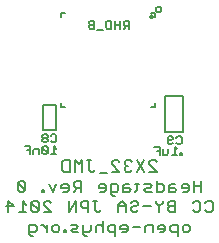
<source format=gbo>
G75*
%MOIN*%
%OFA0B0*%
%FSLAX24Y24*%
%IPPOS*%
%LPD*%
%AMOC8*
5,1,8,0,0,1.08239X$1,22.5*
%
%ADD10C,0.0080*%
%ADD11C,0.0050*%
%ADD12C,0.0060*%
D10*
X001247Y001333D02*
X001247Y001703D01*
X001432Y001518D01*
X001185Y001518D01*
X001600Y001333D02*
X001847Y001333D01*
X001723Y001333D02*
X001723Y001703D01*
X001847Y001579D01*
X002014Y001641D02*
X002014Y001394D01*
X002076Y001333D01*
X002199Y001333D01*
X002261Y001394D01*
X002014Y001641D01*
X002076Y001703D01*
X002199Y001703D01*
X002261Y001641D01*
X002261Y001394D01*
X002429Y001333D02*
X002675Y001333D01*
X002429Y001579D01*
X002429Y001641D01*
X002490Y001703D01*
X002614Y001703D01*
X002675Y001641D01*
X002725Y002008D02*
X002601Y002254D01*
X002848Y002254D02*
X002725Y002008D01*
X002434Y002008D02*
X002372Y002008D01*
X002372Y002069D01*
X002434Y002069D01*
X002434Y002008D01*
X003016Y002131D02*
X003262Y002131D01*
X003262Y002193D02*
X003201Y002254D01*
X003077Y002254D01*
X003016Y002193D01*
X003016Y002131D01*
X003077Y002008D02*
X003201Y002008D01*
X003262Y002069D01*
X003262Y002193D01*
X003430Y002193D02*
X003492Y002131D01*
X003677Y002131D01*
X003677Y002008D02*
X003677Y002378D01*
X003492Y002378D01*
X003430Y002316D01*
X003430Y002193D01*
X003553Y002131D02*
X003430Y002008D01*
X003504Y001703D02*
X003257Y001333D01*
X003257Y001703D01*
X003504Y001703D02*
X003504Y001333D01*
X003672Y001518D02*
X003672Y001641D01*
X003733Y001703D01*
X003918Y001703D01*
X003918Y001333D01*
X003918Y001456D02*
X003733Y001456D01*
X003672Y001518D01*
X004086Y001703D02*
X004209Y001703D01*
X004148Y001703D02*
X004148Y001394D01*
X004209Y001333D01*
X004271Y001333D01*
X004333Y001394D01*
X004402Y001028D02*
X004402Y000658D01*
X004569Y000719D02*
X004569Y000843D01*
X004631Y000904D01*
X004816Y000904D01*
X004816Y000534D01*
X004816Y000658D02*
X004631Y000658D01*
X004569Y000719D01*
X004402Y000843D02*
X004340Y000904D01*
X004217Y000904D01*
X004155Y000843D01*
X004155Y000658D01*
X003988Y000719D02*
X003926Y000658D01*
X003741Y000658D01*
X003741Y000596D02*
X003802Y000534D01*
X003864Y000534D01*
X003741Y000596D02*
X003741Y000904D01*
X003573Y000843D02*
X003511Y000904D01*
X003326Y000904D01*
X003388Y000781D02*
X003511Y000781D01*
X003573Y000843D01*
X003573Y000658D02*
X003388Y000658D01*
X003326Y000719D01*
X003388Y000781D01*
X003159Y000719D02*
X003159Y000658D01*
X003097Y000658D01*
X003097Y000719D01*
X003159Y000719D01*
X002952Y000719D02*
X002890Y000658D01*
X002766Y000658D01*
X002705Y000719D01*
X002705Y000843D01*
X002766Y000904D01*
X002890Y000904D01*
X002952Y000843D01*
X002952Y000719D01*
X002537Y000658D02*
X002537Y000904D01*
X002537Y000781D02*
X002414Y000904D01*
X002352Y000904D01*
X002192Y000843D02*
X002192Y000719D01*
X002130Y000658D01*
X001945Y000658D01*
X001945Y000596D02*
X001945Y000904D01*
X002130Y000904D01*
X002192Y000843D01*
X002069Y000534D02*
X002007Y000534D01*
X001945Y000596D01*
X001750Y002008D02*
X001627Y002008D01*
X001565Y002069D01*
X001565Y002316D01*
X001812Y002069D01*
X001750Y002008D01*
X001812Y002069D02*
X001812Y002316D01*
X001750Y002378D01*
X001627Y002378D01*
X001565Y002316D01*
X003050Y002744D02*
X003050Y002991D01*
X003112Y003053D01*
X003297Y003053D01*
X003297Y002683D01*
X003112Y002683D01*
X003050Y002744D01*
X003464Y002683D02*
X003464Y003053D01*
X003588Y002929D01*
X003711Y003053D01*
X003711Y002683D01*
X003940Y002744D02*
X003940Y003053D01*
X003879Y003053D02*
X004002Y003053D01*
X003940Y002744D02*
X004002Y002683D01*
X004064Y002683D01*
X004126Y002744D01*
X004293Y002621D02*
X004540Y002621D01*
X004707Y002683D02*
X004954Y002683D01*
X004707Y002929D01*
X004707Y002991D01*
X004769Y003053D01*
X004893Y003053D01*
X004954Y002991D01*
X005122Y002991D02*
X005122Y002929D01*
X005184Y002868D01*
X005122Y002806D01*
X005122Y002744D01*
X005184Y002683D01*
X005307Y002683D01*
X005369Y002744D01*
X005245Y002868D02*
X005184Y002868D01*
X005122Y002991D02*
X005184Y003053D01*
X005307Y003053D01*
X005369Y002991D01*
X005536Y003053D02*
X005783Y002683D01*
X005951Y002683D02*
X006197Y002683D01*
X005951Y002929D01*
X005951Y002991D01*
X006012Y003053D01*
X006136Y003053D01*
X006197Y002991D01*
X005783Y003053D02*
X005536Y002683D01*
X005549Y002316D02*
X005549Y002069D01*
X005487Y002008D01*
X005334Y002069D02*
X005272Y002131D01*
X005087Y002131D01*
X005087Y002193D02*
X005087Y002008D01*
X005272Y002008D01*
X005334Y002069D01*
X005272Y002254D02*
X005149Y002254D01*
X005087Y002193D01*
X004920Y002193D02*
X004920Y002069D01*
X004858Y002008D01*
X004673Y002008D01*
X004673Y001946D02*
X004673Y002254D01*
X004858Y002254D01*
X004920Y002193D01*
X004796Y001884D02*
X004735Y001884D01*
X004673Y001946D01*
X004505Y002069D02*
X004505Y002193D01*
X004444Y002254D01*
X004320Y002254D01*
X004259Y002193D01*
X004259Y002131D01*
X004505Y002131D01*
X004505Y002069D02*
X004444Y002008D01*
X004320Y002008D01*
X004915Y001579D02*
X004915Y001333D01*
X004915Y001518D02*
X005162Y001518D01*
X005162Y001579D02*
X005162Y001333D01*
X005329Y001394D02*
X005391Y001333D01*
X005514Y001333D01*
X005576Y001394D01*
X005514Y001518D02*
X005391Y001518D01*
X005329Y001456D01*
X005329Y001394D01*
X005514Y001518D02*
X005576Y001579D01*
X005576Y001641D01*
X005514Y001703D01*
X005391Y001703D01*
X005329Y001641D01*
X005162Y001579D02*
X005038Y001703D01*
X004915Y001579D01*
X005045Y000904D02*
X004984Y000843D01*
X004984Y000781D01*
X005231Y000781D01*
X005231Y000843D02*
X005169Y000904D01*
X005045Y000904D01*
X005231Y000843D02*
X005231Y000719D01*
X005169Y000658D01*
X005045Y000658D01*
X005398Y000843D02*
X005645Y000843D01*
X005812Y000843D02*
X005812Y000658D01*
X005812Y000843D02*
X005874Y000904D01*
X006059Y000904D01*
X006059Y000658D01*
X006227Y000781D02*
X006474Y000781D01*
X006474Y000843D02*
X006412Y000904D01*
X006288Y000904D01*
X006227Y000843D01*
X006227Y000781D01*
X006288Y000658D02*
X006412Y000658D01*
X006474Y000719D01*
X006474Y000843D01*
X006641Y000843D02*
X006641Y000719D01*
X006703Y000658D01*
X006888Y000658D01*
X006888Y000534D02*
X006888Y000904D01*
X006703Y000904D01*
X006641Y000843D01*
X007055Y000843D02*
X007055Y000719D01*
X007117Y000658D01*
X007241Y000658D01*
X007302Y000719D01*
X007302Y000843D01*
X007241Y000904D01*
X007117Y000904D01*
X007055Y000843D01*
X006819Y001333D02*
X006634Y001333D01*
X006572Y001394D01*
X006572Y001456D01*
X006634Y001518D01*
X006819Y001518D01*
X006819Y001333D02*
X006819Y001703D01*
X006634Y001703D01*
X006572Y001641D01*
X006572Y001579D01*
X006634Y001518D01*
X006405Y001641D02*
X006405Y001703D01*
X006405Y001641D02*
X006281Y001518D01*
X006281Y001333D01*
X006281Y001518D02*
X006158Y001641D01*
X006158Y001703D01*
X005990Y001518D02*
X005743Y001518D01*
X005840Y002008D02*
X005778Y002069D01*
X005840Y002131D01*
X005963Y002131D01*
X006025Y002193D01*
X005963Y002254D01*
X005778Y002254D01*
X005610Y002254D02*
X005487Y002254D01*
X005840Y002008D02*
X006025Y002008D01*
X006192Y002008D02*
X006377Y002008D01*
X006439Y002069D01*
X006439Y002193D01*
X006377Y002254D01*
X006192Y002254D01*
X006192Y002378D02*
X006192Y002008D01*
X006607Y002008D02*
X006792Y002008D01*
X006853Y002069D01*
X006792Y002131D01*
X006607Y002131D01*
X006607Y002193D02*
X006607Y002008D01*
X006607Y002193D02*
X006668Y002254D01*
X006792Y002254D01*
X007021Y002193D02*
X007021Y002131D01*
X007268Y002131D01*
X007268Y002193D02*
X007206Y002254D01*
X007083Y002254D01*
X007021Y002193D01*
X007083Y002008D02*
X007206Y002008D01*
X007268Y002069D01*
X007268Y002193D01*
X007435Y002193D02*
X007682Y002193D01*
X007682Y002008D02*
X007682Y002378D01*
X007435Y002378D02*
X007435Y002008D01*
X007462Y001703D02*
X007586Y001703D01*
X007648Y001641D01*
X007648Y001394D01*
X007586Y001333D01*
X007462Y001333D01*
X007401Y001394D01*
X007401Y001641D02*
X007462Y001703D01*
X007815Y001641D02*
X007877Y001703D01*
X008000Y001703D01*
X008062Y001641D01*
X008062Y001394D01*
X008000Y001333D01*
X007877Y001333D01*
X007815Y001394D01*
X003988Y000904D02*
X003988Y000719D01*
D11*
X002850Y004060D02*
X002410Y004060D01*
X002410Y004900D01*
X002850Y004900D01*
X002850Y004060D01*
X002990Y004820D02*
X003128Y004820D01*
X002990Y004820D02*
X002990Y004958D01*
X002990Y007832D02*
X002990Y007970D01*
X003128Y007970D01*
X006002Y007970D02*
X006140Y007970D01*
X006140Y007832D01*
X005983Y007851D02*
X005985Y007863D01*
X005990Y007874D01*
X005999Y007883D01*
X006010Y007888D01*
X006022Y007890D01*
X006034Y007888D01*
X006045Y007883D01*
X006054Y007874D01*
X006059Y007863D01*
X006061Y007851D01*
X006059Y007839D01*
X006054Y007828D01*
X006045Y007819D01*
X006034Y007814D01*
X006022Y007812D01*
X006010Y007814D01*
X005999Y007819D01*
X005990Y007828D01*
X005985Y007839D01*
X005983Y007851D01*
X006170Y008088D02*
X006172Y008106D01*
X006178Y008124D01*
X006187Y008140D01*
X006199Y008153D01*
X006214Y008164D01*
X006231Y008172D01*
X006249Y008176D01*
X006267Y008176D01*
X006285Y008172D01*
X006302Y008164D01*
X006317Y008153D01*
X006329Y008140D01*
X006338Y008124D01*
X006344Y008106D01*
X006346Y008088D01*
X006344Y008070D01*
X006338Y008052D01*
X006329Y008036D01*
X006317Y008023D01*
X006302Y008012D01*
X006285Y008004D01*
X006267Y008000D01*
X006249Y008000D01*
X006231Y008004D01*
X006214Y008012D01*
X006199Y008023D01*
X006187Y008036D01*
X006178Y008052D01*
X006172Y008070D01*
X006170Y008088D01*
X006455Y005205D02*
X006455Y004005D01*
X007055Y004005D01*
X007055Y005205D01*
X006455Y005205D01*
X006140Y004958D02*
X006140Y004820D01*
X006002Y004820D01*
D12*
X006600Y003860D02*
X006687Y003860D01*
X006730Y003817D01*
X006730Y003773D01*
X006687Y003730D01*
X006557Y003730D01*
X006557Y003643D02*
X006557Y003817D01*
X006600Y003860D01*
X006557Y003643D02*
X006600Y003600D01*
X006687Y003600D01*
X006730Y003643D01*
X006791Y003510D02*
X006791Y003250D01*
X006878Y003250D02*
X006704Y003250D01*
X006583Y003293D02*
X006583Y003423D01*
X006583Y003293D02*
X006540Y003250D01*
X006410Y003250D01*
X006410Y003423D01*
X006288Y003380D02*
X006202Y003380D01*
X006288Y003250D02*
X006288Y003510D01*
X006115Y003510D01*
X006791Y003510D02*
X006878Y003423D01*
X006982Y003293D02*
X006982Y003250D01*
X007025Y003250D01*
X007025Y003293D01*
X006982Y003293D01*
X006982Y003600D02*
X006895Y003600D01*
X006852Y003643D01*
X006982Y003600D02*
X007025Y003643D01*
X007025Y003817D01*
X006982Y003860D01*
X006895Y003860D01*
X006852Y003817D01*
X004389Y007405D02*
X004215Y007405D01*
X004094Y007448D02*
X003964Y007448D01*
X003921Y007492D01*
X003921Y007535D01*
X003964Y007578D01*
X004094Y007578D01*
X004094Y007448D02*
X004094Y007709D01*
X003964Y007709D01*
X003921Y007665D01*
X003921Y007622D01*
X003964Y007578D01*
X004510Y007492D02*
X004510Y007665D01*
X004553Y007709D01*
X004683Y007709D01*
X004683Y007448D01*
X004553Y007448D01*
X004510Y007492D01*
X004805Y007448D02*
X004805Y007709D01*
X004805Y007578D02*
X004978Y007578D01*
X005099Y007578D02*
X005099Y007665D01*
X005143Y007709D01*
X005273Y007709D01*
X005273Y007448D01*
X005273Y007535D02*
X005143Y007535D01*
X005099Y007578D01*
X005186Y007535D02*
X005099Y007448D01*
X004978Y007448D02*
X004978Y007709D01*
X002807Y003920D02*
X002720Y003920D01*
X002677Y003877D01*
X002807Y003920D02*
X002850Y003877D01*
X002850Y003703D01*
X002807Y003660D01*
X002720Y003660D01*
X002677Y003703D01*
X002555Y003703D02*
X002555Y003747D01*
X002512Y003790D01*
X002425Y003790D01*
X002382Y003747D01*
X002382Y003703D01*
X002425Y003660D01*
X002512Y003660D01*
X002555Y003703D01*
X002512Y003790D02*
X002555Y003833D01*
X002555Y003877D01*
X002512Y003920D01*
X002425Y003920D01*
X002382Y003877D01*
X002382Y003833D01*
X002425Y003790D01*
X002425Y003520D02*
X002382Y003477D01*
X002555Y003303D01*
X002512Y003260D01*
X002425Y003260D01*
X002382Y003303D01*
X002382Y003477D01*
X002425Y003520D02*
X002512Y003520D01*
X002555Y003477D01*
X002555Y003303D01*
X002677Y003260D02*
X002850Y003260D01*
X002763Y003260D02*
X002763Y003520D01*
X002850Y003433D01*
X002261Y003433D02*
X002261Y003260D01*
X002261Y003433D02*
X002131Y003433D01*
X002087Y003390D01*
X002087Y003260D01*
X001966Y003260D02*
X001966Y003520D01*
X001793Y003520D01*
X001879Y003390D02*
X001966Y003390D01*
M02*

</source>
